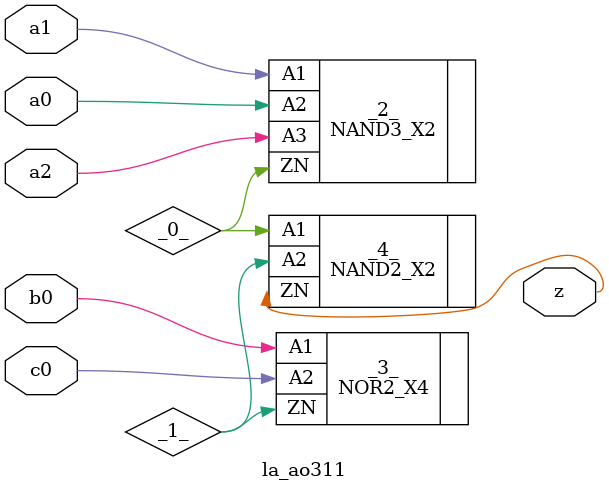
<source format=v>

/* Generated by Yosys 0.44 (git sha1 80ba43d26, g++ 11.4.0-1ubuntu1~22.04 -fPIC -O3) */

(* top =  1  *)
(* src = "generated" *)
(* keep_hierarchy *)
module la_ao311 (
    a0,
    a1,
    a2,
    b0,
    c0,
    z
);
  wire _0_;
  wire _1_;
  (* src = "generated" *)
  input a0;
  wire a0;
  (* src = "generated" *)
  input a1;
  wire a1;
  (* src = "generated" *)
  input a2;
  wire a2;
  (* src = "generated" *)
  input b0;
  wire b0;
  (* src = "generated" *)
  input c0;
  wire c0;
  (* src = "generated" *)
  output z;
  wire z;
  NAND3_X2 _2_ (
      .A1(a1),
      .A2(a0),
      .A3(a2),
      .ZN(_0_)
  );
  NOR2_X4 _3_ (
      .A1(b0),
      .A2(c0),
      .ZN(_1_)
  );
  NAND2_X2 _4_ (
      .A1(_0_),
      .A2(_1_),
      .ZN(z)
  );
endmodule

</source>
